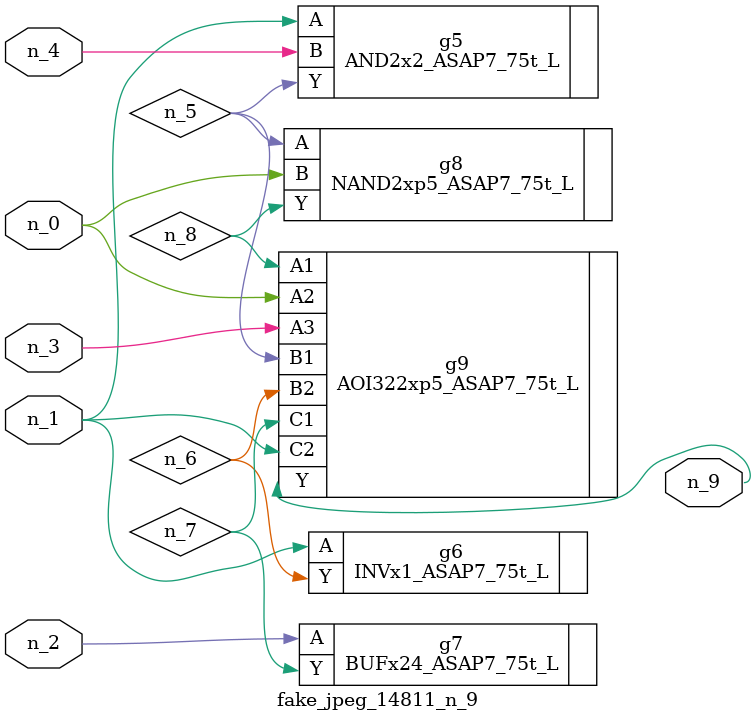
<source format=v>
module fake_jpeg_14811_n_9 (n_3, n_2, n_1, n_0, n_4, n_9);

input n_3;
input n_2;
input n_1;
input n_0;
input n_4;

output n_9;

wire n_8;
wire n_6;
wire n_5;
wire n_7;

AND2x2_ASAP7_75t_L g5 ( 
.A(n_1),
.B(n_4),
.Y(n_5)
);

INVx1_ASAP7_75t_L g6 ( 
.A(n_1),
.Y(n_6)
);

BUFx24_ASAP7_75t_L g7 ( 
.A(n_2),
.Y(n_7)
);

NAND2xp5_ASAP7_75t_L g8 ( 
.A(n_5),
.B(n_0),
.Y(n_8)
);

AOI322xp5_ASAP7_75t_L g9 ( 
.A1(n_8),
.A2(n_0),
.A3(n_3),
.B1(n_5),
.B2(n_6),
.C1(n_7),
.C2(n_1),
.Y(n_9)
);


endmodule
</source>
